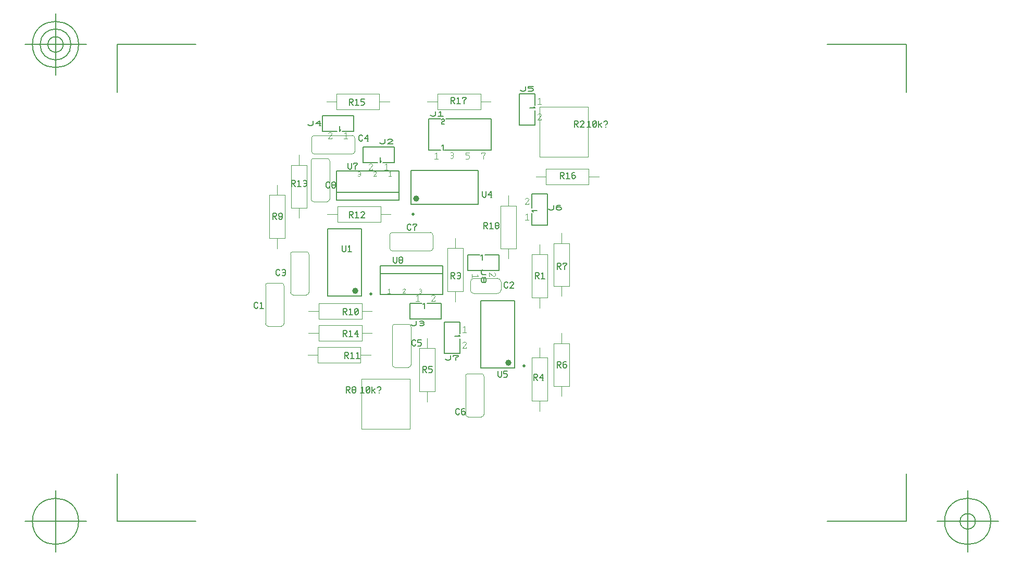
<source format=gbr>
G04 Generated by Ultiboard 12.0 *
%FSLAX25Y25*%
%MOIN*%

%ADD10C,0.00001*%
%ADD11C,0.00800*%
%ADD12C,0.00400*%
%ADD13C,0.00394*%
%ADD14C,0.00612*%
%ADD15C,0.00367*%
%ADD16C,0.00611*%
%ADD17C,0.00444*%
%ADD18C,0.00500*%
%ADD19C,0.01969*%
%ADD20C,0.03937*%


G04 ColorRGB FFFF00 for the following layer *
%LNSilkscreen Top*%
%LPD*%
G54D10*
G54D11*
X153787Y82819D02*
X154575Y83606D01*
X154575Y79669D01*
X153394Y79669D02*
X155756Y79669D01*
X156937Y82819D02*
X157724Y83606D01*
X158512Y83606D01*
X159299Y82819D01*
X159299Y80457D01*
X158512Y79669D01*
X157724Y79669D01*
X156937Y80457D01*
X156937Y82819D01*
X159299Y82819D02*
X156937Y80457D01*
X160480Y81244D02*
X161268Y81244D01*
X162449Y82425D01*
X161268Y81244D02*
X162449Y79669D01*
X160480Y79669D02*
X160480Y83606D01*
X164024Y82819D02*
X164811Y83606D01*
X165598Y83606D01*
X166386Y82819D01*
X166386Y82031D01*
X165992Y81638D01*
X165205Y81244D01*
X165205Y80850D01*
X165205Y79669D02*
X165205Y80063D01*
X144394Y79669D02*
X144394Y83606D01*
X145969Y83606D01*
X146756Y82819D01*
X146756Y82425D01*
X145969Y81638D01*
X144394Y81638D01*
X144787Y81638D02*
X146756Y79669D01*
X149512Y79669D02*
X148724Y79669D01*
X147937Y80457D01*
X147937Y81244D01*
X148331Y81638D01*
X147937Y82031D01*
X147937Y82819D01*
X148724Y83606D01*
X149512Y83606D01*
X150299Y82819D01*
X150299Y82031D01*
X149906Y81638D01*
X150299Y81244D01*
X150299Y80457D01*
X149512Y79669D01*
X148331Y81638D02*
X149906Y81638D01*
X264392Y87669D02*
X264392Y91606D01*
X265960Y91606D01*
X266744Y90819D01*
X266744Y90425D01*
X265960Y89638D01*
X264392Y89638D01*
X264784Y89638D02*
X266744Y87669D01*
X270271Y89244D02*
X267920Y89244D01*
X269879Y91606D01*
X269879Y87669D01*
X269487Y87669D02*
X270271Y87669D01*
X193392Y92669D02*
X193392Y96606D01*
X194960Y96606D01*
X195744Y95819D01*
X195744Y95425D01*
X194960Y94638D01*
X193392Y94638D01*
X193784Y94638D02*
X195744Y92669D01*
X199271Y96606D02*
X196920Y96606D01*
X196920Y95031D01*
X198487Y95031D01*
X199271Y94244D01*
X199271Y93457D01*
X198487Y92669D01*
X196920Y92669D01*
X279392Y95669D02*
X279392Y99606D01*
X280960Y99606D01*
X281744Y98819D01*
X281744Y98425D01*
X280960Y97638D01*
X279392Y97638D01*
X279784Y97638D02*
X281744Y95669D01*
X284879Y99606D02*
X283703Y99606D01*
X282920Y98819D01*
X282920Y97244D01*
X282920Y96457D01*
X283703Y95669D01*
X284487Y95669D01*
X285271Y96457D01*
X285271Y97244D01*
X284487Y98031D01*
X283703Y98031D01*
X282920Y97244D01*
X241392Y93606D02*
X241392Y90457D01*
X242176Y89669D01*
X242960Y89669D01*
X243744Y90457D01*
X243744Y93606D01*
X247271Y93606D02*
X244920Y93606D01*
X244920Y92031D01*
X246487Y92031D01*
X247271Y91244D01*
X247271Y90457D01*
X246487Y89669D01*
X244920Y89669D01*
X230224Y138496D02*
X230224Y95504D01*
X251776Y95504D02*
X251776Y138496D01*
X230224Y138496D01*
X230224Y95504D02*
X251776Y95504D01*
X143392Y101669D02*
X143392Y105606D01*
X144960Y105606D01*
X145744Y104819D01*
X145744Y104425D01*
X144960Y103638D01*
X143392Y103638D01*
X143784Y103638D02*
X145744Y101669D01*
X147311Y104819D02*
X148095Y105606D01*
X148095Y101669D01*
X146920Y101669D02*
X149271Y101669D01*
X150839Y104819D02*
X151623Y105606D01*
X151623Y101669D01*
X150447Y101669D02*
X152799Y101669D01*
X207556Y101321D02*
X208667Y100726D01*
X209778Y100726D01*
X210889Y101321D01*
X210889Y103702D01*
X214222Y100726D02*
X214222Y102214D01*
X215889Y103107D01*
X215889Y103702D01*
X212556Y103702D01*
X212556Y103107D01*
X217000Y117500D02*
X217000Y125000D01*
X207000Y105000D02*
X207000Y125000D01*
X217000Y125000D02*
X207000Y125000D01*
X217000Y105000D02*
X207000Y105000D01*
X217000Y115833D02*
X213667Y115833D01*
X217000Y105000D02*
X217000Y114167D01*
X216167Y116667D02*
X217000Y115833D01*
X142392Y115669D02*
X142392Y119606D01*
X143960Y119606D01*
X144744Y118819D01*
X144744Y118425D01*
X143960Y117638D01*
X142392Y117638D01*
X142784Y117638D02*
X144744Y115669D01*
X146311Y118819D02*
X147095Y119606D01*
X147095Y115669D01*
X145920Y115669D02*
X148271Y115669D01*
X151799Y117244D02*
X149447Y117244D01*
X151407Y119606D01*
X151407Y115669D01*
X151015Y115669D02*
X151799Y115669D01*
X185556Y123321D02*
X186667Y122726D01*
X187778Y122726D01*
X188889Y123321D01*
X188889Y125702D01*
X191111Y125405D02*
X191667Y125702D01*
X192778Y125702D01*
X193889Y125107D01*
X193889Y124512D01*
X193333Y124214D01*
X193889Y123917D01*
X193889Y123321D01*
X192778Y122726D01*
X191667Y122726D01*
X191111Y123024D01*
X191667Y124214D02*
X193333Y124214D01*
X192500Y137000D02*
X185000Y137000D01*
X205000Y127000D02*
X185000Y127000D01*
X185000Y137000D02*
X185000Y127000D01*
X205000Y137000D02*
X205000Y127000D01*
X194167Y137000D02*
X194167Y133667D01*
X205000Y137000D02*
X195833Y137000D01*
X193333Y136167D02*
X194167Y137000D01*
X142392Y129669D02*
X142392Y133606D01*
X143960Y133606D01*
X144744Y132819D01*
X144744Y132425D01*
X143960Y131638D01*
X142392Y131638D01*
X142784Y131638D02*
X144744Y129669D01*
X146311Y132819D02*
X147095Y133606D01*
X147095Y129669D01*
X145920Y129669D02*
X148271Y129669D01*
X149447Y132819D02*
X150231Y133606D01*
X151015Y133606D01*
X151799Y132819D01*
X151799Y130457D01*
X151015Y129669D01*
X150231Y129669D01*
X149447Y130457D01*
X149447Y132819D01*
X151799Y132819D02*
X149447Y130457D01*
X211392Y152669D02*
X211392Y156606D01*
X212960Y156606D01*
X213744Y155819D01*
X213744Y155425D01*
X212960Y154638D01*
X211392Y154638D01*
X211784Y154638D02*
X213744Y152669D01*
X215311Y156213D02*
X215703Y156606D01*
X216487Y156606D01*
X217271Y155819D01*
X217271Y155031D01*
X216879Y154638D01*
X217271Y154244D01*
X217271Y153457D01*
X216487Y152669D01*
X215703Y152669D01*
X215311Y153063D01*
X215703Y154638D02*
X216879Y154638D01*
X265392Y152669D02*
X265392Y156606D01*
X266960Y156606D01*
X267744Y155819D01*
X267744Y155425D01*
X266960Y154638D01*
X265392Y154638D01*
X265784Y154638D02*
X267744Y152669D01*
X269311Y155819D02*
X270095Y156606D01*
X270095Y152669D01*
X268920Y152669D02*
X271271Y152669D01*
X279392Y158669D02*
X279392Y162606D01*
X280960Y162606D01*
X281744Y161819D01*
X281744Y161425D01*
X280960Y160638D01*
X279392Y160638D01*
X279784Y160638D02*
X281744Y158669D01*
X284095Y158669D02*
X284095Y160638D01*
X285271Y161819D01*
X285271Y162606D01*
X282920Y162606D01*
X282920Y161819D01*
X141620Y173835D02*
X141620Y170685D01*
X142404Y169898D01*
X143188Y169898D01*
X143972Y170685D01*
X143972Y173835D01*
X145540Y173047D02*
X146324Y173835D01*
X146324Y169898D01*
X145148Y169898D02*
X147500Y169898D01*
X132224Y184496D02*
X132224Y141504D01*
X153776Y141504D02*
X153776Y184496D01*
X132224Y184496D01*
X132224Y141504D02*
X153776Y141504D01*
X206000Y142500D02*
X166000Y142500D01*
X166000Y161000D02*
X206000Y161000D01*
X206000Y156000D02*
X166000Y156000D01*
X166000Y155500D02*
X166000Y142500D01*
X166000Y161000D02*
X166000Y155500D01*
X206000Y155500D02*
X206000Y142500D01*
X206000Y161000D02*
X206000Y155500D01*
X231321Y158444D02*
X230726Y157333D01*
X230726Y156222D01*
X231321Y155111D01*
X233702Y155111D01*
X230726Y151222D02*
X230726Y152333D01*
X231321Y153444D01*
X231917Y153444D01*
X232214Y152889D01*
X232512Y153444D01*
X233107Y153444D01*
X233702Y152333D01*
X233702Y151222D01*
X233107Y150111D01*
X232512Y150111D01*
X232214Y150667D01*
X231917Y150111D01*
X231321Y150111D01*
X230726Y151222D01*
X232214Y152889D02*
X232214Y150667D01*
X229500Y168000D02*
X222000Y168000D01*
X242000Y158000D02*
X222000Y158000D01*
X222000Y168000D02*
X222000Y158000D01*
X242000Y168000D02*
X242000Y158000D01*
X231167Y168000D02*
X231167Y164667D01*
X242000Y168000D02*
X232833Y168000D01*
X230333Y167167D02*
X231167Y168000D01*
X232392Y184669D02*
X232392Y188606D01*
X233960Y188606D01*
X234744Y187819D01*
X234744Y187425D01*
X233960Y186638D01*
X232392Y186638D01*
X232784Y186638D02*
X234744Y184669D01*
X236311Y187819D02*
X237095Y188606D01*
X237095Y184669D01*
X235920Y184669D02*
X238271Y184669D01*
X241015Y184669D02*
X240231Y184669D01*
X239447Y185457D01*
X239447Y186244D01*
X239839Y186638D01*
X239447Y187031D01*
X239447Y187819D01*
X240231Y188606D01*
X241015Y188606D01*
X241799Y187819D01*
X241799Y187031D01*
X241407Y186638D01*
X241799Y186244D01*
X241799Y185457D01*
X241015Y184669D01*
X239839Y186638D02*
X241407Y186638D01*
X97392Y190669D02*
X97392Y194606D01*
X98960Y194606D01*
X99744Y193819D01*
X99744Y193425D01*
X98960Y192638D01*
X97392Y192638D01*
X97784Y192638D02*
X99744Y190669D01*
X100920Y191457D02*
X101703Y190669D01*
X102487Y190669D01*
X103271Y191457D01*
X103271Y193031D01*
X103271Y193819D01*
X102487Y194606D01*
X101703Y194606D01*
X100920Y193819D01*
X100920Y193031D01*
X101703Y192244D01*
X102487Y192244D01*
X103271Y193031D01*
X109392Y211669D02*
X109392Y215606D01*
X110960Y215606D01*
X111744Y214819D01*
X111744Y214425D01*
X110960Y213638D01*
X109392Y213638D01*
X109784Y213638D02*
X111744Y211669D01*
X113311Y214819D02*
X114095Y215606D01*
X114095Y211669D01*
X112920Y211669D02*
X115271Y211669D01*
X116839Y215213D02*
X117231Y215606D01*
X118015Y215606D01*
X118799Y214819D01*
X118799Y214031D01*
X118407Y213638D01*
X118799Y213244D01*
X118799Y212457D01*
X118015Y211669D01*
X117231Y211669D01*
X116839Y212063D01*
X117231Y213638D02*
X118407Y213638D01*
X146392Y191669D02*
X146392Y195606D01*
X147960Y195606D01*
X148744Y194819D01*
X148744Y194425D01*
X147960Y193638D01*
X146392Y193638D01*
X146784Y193638D02*
X148744Y191669D01*
X150311Y194819D02*
X151095Y195606D01*
X151095Y191669D01*
X149920Y191669D02*
X152271Y191669D01*
X153447Y194819D02*
X154231Y195606D01*
X155015Y195606D01*
X155799Y194819D01*
X155799Y194425D01*
X153447Y191669D01*
X155799Y191669D01*
X155799Y192063D01*
X231392Y208606D02*
X231392Y205457D01*
X232176Y204669D01*
X232960Y204669D01*
X233744Y205457D01*
X233744Y208606D01*
X237271Y206244D02*
X234920Y206244D01*
X236879Y208606D01*
X236879Y204669D01*
X236487Y204669D02*
X237271Y204669D01*
X228496Y221776D02*
X185504Y221776D01*
X185504Y200224D02*
X228496Y200224D01*
X228496Y221776D01*
X185504Y221776D02*
X185504Y200224D01*
X273556Y197321D02*
X274667Y196726D01*
X275778Y196726D01*
X276889Y197321D01*
X276889Y199702D01*
X281333Y199702D02*
X279667Y199702D01*
X278556Y199107D01*
X278556Y197917D01*
X278556Y197321D01*
X279667Y196726D01*
X280778Y196726D01*
X281889Y197321D01*
X281889Y197917D01*
X280778Y198512D01*
X279667Y198512D01*
X278556Y197917D01*
X263000Y194500D02*
X263000Y187000D01*
X273000Y207000D02*
X273000Y187000D01*
X263000Y187000D02*
X273000Y187000D01*
X263000Y207000D02*
X273000Y207000D01*
X263000Y196167D02*
X266333Y196167D01*
X263000Y207000D02*
X263000Y197833D01*
X263833Y195333D02*
X263000Y196167D01*
X138000Y221500D02*
X178000Y221500D01*
X178000Y203000D02*
X138000Y203000D01*
X138000Y208000D02*
X178000Y208000D01*
X178000Y208500D02*
X178000Y221500D01*
X178000Y203000D02*
X178000Y208500D01*
X138000Y208500D02*
X138000Y221500D01*
X138000Y203000D02*
X138000Y208500D01*
X281392Y216669D02*
X281392Y220606D01*
X282960Y220606D01*
X283744Y219819D01*
X283744Y219425D01*
X282960Y218638D01*
X281392Y218638D01*
X281784Y218638D02*
X283744Y216669D01*
X285311Y219819D02*
X286095Y220606D01*
X286095Y216669D01*
X284920Y216669D02*
X287271Y216669D01*
X290407Y220606D02*
X289231Y220606D01*
X288447Y219819D01*
X288447Y218244D01*
X288447Y217457D01*
X289231Y216669D01*
X290015Y216669D01*
X290799Y217457D01*
X290799Y218244D01*
X290015Y219031D01*
X289231Y219031D01*
X288447Y218244D01*
X165556Y239488D02*
X166667Y238893D01*
X167778Y238893D01*
X168889Y239488D01*
X168889Y241869D01*
X170556Y241274D02*
X171667Y241869D01*
X172778Y241869D01*
X173889Y241274D01*
X173889Y240976D01*
X170556Y238893D01*
X173889Y238893D01*
X173889Y239190D01*
X167500Y227000D02*
X175000Y227000D01*
X155000Y237000D02*
X175000Y237000D01*
X175000Y227000D02*
X175000Y237000D01*
X155000Y227000D02*
X155000Y237000D01*
X165833Y227000D02*
X165833Y230333D01*
X155000Y227000D02*
X164167Y227000D01*
X166667Y227833D02*
X165833Y227000D01*
X198056Y257321D02*
X199167Y256726D01*
X200278Y256726D01*
X201389Y257321D01*
X201389Y259702D01*
X203611Y259107D02*
X204722Y259702D01*
X204722Y256726D01*
X203056Y256726D02*
X206389Y256726D01*
X197000Y255000D02*
X204500Y255000D01*
X204500Y235000D02*
X197000Y235000D01*
X197000Y255000D01*
X237000Y255000D02*
X237000Y235000D01*
X207000Y235000D01*
X205333Y237500D02*
X206167Y238333D01*
X206167Y235000D01*
X237000Y255000D02*
X207833Y255000D01*
X206167Y253333D02*
X206239Y253336D01*
X206311Y253346D01*
X206382Y253362D01*
X206452Y253383D01*
X206519Y253411D01*
X206583Y253445D01*
X206645Y253484D01*
X206702Y253528D01*
X206756Y253577D01*
X206805Y253631D01*
X206849Y253689D01*
X206888Y253750D01*
X206922Y253814D01*
X206950Y253882D01*
X206971Y253951D01*
X206987Y254022D01*
X206997Y254094D01*
X207000Y254167D01*
X206997Y254239D01*
X206987Y254311D01*
X206971Y254382D01*
X206950Y254452D01*
X206922Y254519D01*
X206888Y254583D01*
X206849Y254645D01*
X206805Y254702D01*
X206756Y254756D01*
X206702Y254805D01*
X206645Y254849D01*
X206583Y254888D01*
X206519Y254922D01*
X206452Y254950D01*
X206382Y254971D01*
X206311Y254987D01*
X206239Y254997D01*
X206167Y255000D01*
X206094Y254997D01*
X206022Y254987D01*
X205951Y254971D01*
X205882Y254950D01*
X205814Y254922D01*
X205750Y254888D01*
X205689Y254849D01*
X205631Y254805D01*
X205577Y254756D01*
X205528Y254702D01*
X205484Y254645D01*
X205445Y254583D01*
X205411Y254519D01*
X205383Y254452D01*
X205362Y254382D01*
X205346Y254311D01*
X205336Y254239D01*
X205333Y254167D01*
X206167Y253333D02*
X206094Y253330D01*
X206022Y253321D01*
X205951Y253305D01*
X205882Y253283D01*
X205814Y253255D01*
X205750Y253222D01*
X205689Y253183D01*
X205631Y253138D01*
X205577Y253089D01*
X205528Y253036D01*
X205484Y252978D01*
X205445Y252917D01*
X205411Y252852D01*
X205383Y252785D01*
X205362Y252716D01*
X205346Y252645D01*
X205336Y252573D01*
X205333Y252500D01*
X207000Y251667D02*
X205333Y251667D01*
X205333Y252500D01*
X290394Y249669D02*
X290394Y253606D01*
X291969Y253606D01*
X292756Y252819D01*
X292756Y252425D01*
X291969Y251638D01*
X290394Y251638D01*
X290787Y251638D02*
X292756Y249669D01*
X293937Y252819D02*
X294724Y253606D01*
X295512Y253606D01*
X296299Y252819D01*
X296299Y252425D01*
X293937Y249669D01*
X296299Y249669D01*
X296299Y250063D01*
X298787Y252819D02*
X299575Y253606D01*
X299575Y249669D01*
X298394Y249669D02*
X300756Y249669D01*
X301937Y252819D02*
X302724Y253606D01*
X303512Y253606D01*
X304299Y252819D01*
X304299Y250457D01*
X303512Y249669D01*
X302724Y249669D01*
X301937Y250457D01*
X301937Y252819D01*
X304299Y252819D02*
X301937Y250457D01*
X305480Y251244D02*
X306268Y251244D01*
X307449Y252425D01*
X306268Y251244D02*
X307449Y249669D01*
X305480Y249669D02*
X305480Y253606D01*
X309024Y252819D02*
X309811Y253606D01*
X310598Y253606D01*
X311386Y252819D01*
X311386Y252031D01*
X310992Y251638D01*
X310205Y251244D01*
X310205Y250850D01*
X310205Y249669D02*
X310205Y250063D01*
X119556Y251321D02*
X120667Y250726D01*
X121778Y250726D01*
X122889Y251321D01*
X122889Y253702D01*
X127889Y251917D02*
X124556Y251917D01*
X127333Y253702D01*
X127333Y250726D01*
X126778Y250726D02*
X127889Y250726D01*
X141500Y247000D02*
X149000Y247000D01*
X129000Y257000D02*
X149000Y257000D01*
X149000Y247000D02*
X149000Y257000D01*
X129000Y247000D02*
X129000Y257000D01*
X139833Y247000D02*
X139833Y250333D01*
X129000Y247000D02*
X138167Y247000D01*
X140667Y247833D02*
X139833Y247000D01*
X255556Y273321D02*
X256667Y272726D01*
X257778Y272726D01*
X258889Y273321D01*
X258889Y275702D01*
X263889Y275702D02*
X260556Y275702D01*
X260556Y274512D01*
X262778Y274512D01*
X263889Y273917D01*
X263889Y273321D01*
X262778Y272726D01*
X260556Y272726D01*
X265000Y263500D02*
X265000Y271000D01*
X255000Y251000D02*
X255000Y271000D01*
X265000Y271000D02*
X255000Y271000D01*
X265000Y251000D02*
X255000Y251000D01*
X265000Y261833D02*
X261667Y261833D01*
X265000Y251000D02*
X265000Y260167D01*
X264167Y262667D02*
X265000Y261833D01*
X146392Y263669D02*
X146392Y267606D01*
X147960Y267606D01*
X148744Y266819D01*
X148744Y266425D01*
X147960Y265638D01*
X146392Y265638D01*
X146784Y265638D02*
X148744Y263669D01*
X150311Y266819D02*
X151095Y267606D01*
X151095Y263669D01*
X149920Y263669D02*
X152271Y263669D01*
X155799Y267606D02*
X153447Y267606D01*
X153447Y266031D01*
X155015Y266031D01*
X155799Y265244D01*
X155799Y264457D01*
X155015Y263669D01*
X153447Y263669D01*
X211392Y264669D02*
X211392Y268606D01*
X212960Y268606D01*
X213744Y267819D01*
X213744Y267425D01*
X212960Y266638D01*
X211392Y266638D01*
X211784Y266638D02*
X213744Y264669D01*
X215311Y267819D02*
X216095Y268606D01*
X216095Y264669D01*
X214920Y264669D02*
X217271Y264669D01*
X219623Y264669D02*
X219623Y266638D01*
X220799Y267819D01*
X220799Y268606D01*
X218447Y268606D01*
X218447Y267819D01*
G54D12*
X154000Y88600D02*
X185000Y88600D01*
X185000Y56631D01*
X154000Y56631D01*
X154000Y88600D01*
X268000Y262600D02*
X299000Y262600D01*
X299000Y230631D01*
X268000Y230631D01*
X268000Y262600D01*
G54D13*
X273079Y102189D02*
X263039Y102189D01*
X263039Y74630D01*
X273079Y74630D01*
X273079Y102189D01*
X268000Y74630D02*
X268000Y67937D01*
X268000Y108488D02*
X268000Y102189D01*
X201079Y108189D02*
X191039Y108189D01*
X191039Y80630D01*
X201079Y80630D01*
X201079Y108189D01*
X196000Y80630D02*
X196000Y73937D01*
X196000Y114488D02*
X196000Y108189D01*
X220488Y90362D02*
X220488Y65953D01*
G75*
D01*
G03X222063Y64378I1575J0*
G01*
X230724Y64378D01*
G75*
D01*
G03X232299Y65953I0J1575*
G01*
X232299Y90362D01*
G74*
D01*
G03X230724Y91937I1575J0*
G01*
X222063Y91937D01*
G75*
D01*
G03X220488Y90362I0J-1575*
G01*
X276921Y83811D02*
X286961Y83811D01*
X286961Y111370D01*
X276921Y111370D01*
X276921Y83811D01*
X282000Y111370D02*
X282000Y118063D01*
X282000Y77512D02*
X282000Y83811D01*
X173701Y122047D02*
X173701Y97638D01*
G75*
D01*
G03X175276Y96063I1575J0*
G01*
X183937Y96063D01*
G75*
D01*
G03X185512Y97638I0J1575*
G01*
X185512Y122047D01*
G74*
D01*
G03X183937Y123622I1575J0*
G01*
X175276Y123622D01*
G75*
D01*
G03X173701Y122047I0J-1575*
G01*
X125811Y109079D02*
X153370Y109079D01*
X153370Y99039D01*
X125811Y99039D01*
X125811Y109079D01*
X153370Y104000D02*
X160063Y104000D01*
X119512Y104000D02*
X125811Y104000D01*
X154189Y112921D02*
X126630Y112921D01*
X126630Y122961D01*
X154189Y122961D01*
X154189Y112921D01*
X126630Y118000D02*
X119937Y118000D01*
X160488Y118000D02*
X154189Y118000D01*
X92488Y148362D02*
X92488Y123953D01*
G75*
D01*
G03X94063Y122378I1575J0*
G01*
X102724Y122378D01*
G75*
D01*
G03X104299Y123953I0J1575*
G01*
X104299Y148362D01*
G74*
D01*
G03X102724Y149937I1575J0*
G01*
X94063Y149937D01*
G75*
D01*
G03X92488Y148362I0J-1575*
G01*
X154189Y126921D02*
X126630Y126921D01*
X126630Y136961D01*
X154189Y136961D01*
X154189Y126921D01*
X126630Y132000D02*
X119937Y132000D01*
X160488Y132000D02*
X154189Y132000D01*
X219079Y172189D02*
X209039Y172189D01*
X209039Y144630D01*
X219079Y144630D01*
X219079Y172189D01*
X214000Y144630D02*
X214000Y137937D01*
X214000Y178488D02*
X214000Y172189D01*
X273079Y168189D02*
X263039Y168189D01*
X263039Y140630D01*
X273079Y140630D01*
X273079Y168189D01*
X268000Y140630D02*
X268000Y133937D01*
X268000Y174488D02*
X268000Y168189D01*
X276921Y147811D02*
X286961Y147811D01*
X286961Y175370D01*
X276921Y175370D01*
X276921Y147811D01*
X282000Y175370D02*
X282000Y182063D01*
X282000Y141512D02*
X282000Y147811D01*
X108488Y168362D02*
X108488Y143953D01*
G75*
D01*
G03X110063Y142378I1575J0*
G01*
X118724Y142378D01*
G75*
D01*
G03X120299Y143953I0J1575*
G01*
X120299Y168362D01*
G74*
D01*
G03X118724Y169937I1575J0*
G01*
X110063Y169937D01*
G75*
D01*
G03X108488Y168362I0J-1575*
G01*
X223561Y150500D02*
X223561Y145638D01*
G75*
D01*
G03X226051Y143148I2490J0*
G01*
X240756Y143148D01*
G75*
D01*
G03X243246Y145638I0J2490*
G01*
X243246Y150500D01*
G74*
D01*
G03X240756Y152990I2490J0*
G01*
X226051Y152990D01*
G75*
D01*
G03X223561Y150500I0J-2490*
G01*
X242921Y171811D02*
X252961Y171811D01*
X252961Y199370D01*
X242921Y199370D01*
X242921Y171811D01*
X248000Y199370D02*
X248000Y206063D01*
X248000Y165512D02*
X248000Y171811D01*
X105079Y206189D02*
X95039Y206189D01*
X95039Y178630D01*
X105079Y178630D01*
X105079Y206189D01*
X100000Y178630D02*
X100000Y171937D01*
X100000Y212488D02*
X100000Y206189D01*
X172063Y180724D02*
X172063Y172063D01*
G75*
D01*
G03X173638Y170488I1575J0*
G01*
X198047Y170488D01*
G75*
D01*
G03X199622Y172063I0J1575*
G01*
X199622Y180724D01*
G74*
D01*
G03X198047Y182299I1575J0*
G01*
X173638Y182299D01*
G75*
D01*
G03X172063Y180724I0J-1575*
G01*
X108921Y197811D02*
X118961Y197811D01*
X118961Y225370D01*
X108921Y225370D01*
X108921Y197811D01*
X114000Y225370D02*
X114000Y232063D01*
X114000Y191512D02*
X114000Y197811D01*
X166189Y188921D02*
X138630Y188921D01*
X138630Y198961D01*
X166189Y198961D01*
X166189Y188921D01*
X138630Y194000D02*
X131937Y194000D01*
X172488Y194000D02*
X166189Y194000D01*
X121701Y228047D02*
X121701Y203638D01*
G75*
D01*
G03X123276Y202063I1575J0*
G01*
X131937Y202063D01*
G75*
D01*
G03X133512Y203638I0J1575*
G01*
X133512Y228047D01*
G74*
D01*
G03X131937Y229622I1575J0*
G01*
X123276Y229622D01*
G75*
D01*
G03X121701Y228047I0J-1575*
G01*
X271811Y223079D02*
X299370Y223079D01*
X299370Y213039D01*
X271811Y213039D01*
X271811Y223079D01*
X299370Y218000D02*
X306063Y218000D01*
X265512Y218000D02*
X271811Y218000D01*
X122063Y242724D02*
X122063Y234063D01*
G75*
D01*
G03X123638Y232488I1575J0*
G01*
X148047Y232488D01*
G75*
D01*
G03X149622Y234063I0J1575*
G01*
X149622Y242724D01*
G74*
D01*
G03X148047Y244299I1575J0*
G01*
X123638Y244299D01*
G75*
D01*
G03X122063Y242724I0J-1575*
G01*
X137811Y271079D02*
X165370Y271079D01*
X165370Y261039D01*
X137811Y261039D01*
X137811Y271079D01*
X165370Y266000D02*
X172063Y266000D01*
X131512Y266000D02*
X137811Y266000D01*
X230189Y260921D02*
X202630Y260921D01*
X202630Y270961D01*
X230189Y270961D01*
X230189Y260921D01*
X202630Y266000D02*
X195937Y266000D01*
X236488Y266000D02*
X230189Y266000D01*
G54D14*
X216744Y66457D02*
X215960Y65669D01*
X215176Y65669D01*
X214392Y66457D01*
X214392Y68819D01*
X215176Y69606D01*
X215960Y69606D01*
X216744Y68819D01*
X219879Y69606D02*
X218703Y69606D01*
X217920Y68819D01*
X217920Y67244D01*
X217920Y66457D01*
X218703Y65669D01*
X219487Y65669D01*
X220271Y66457D01*
X220271Y67244D01*
X219487Y68031D01*
X218703Y68031D01*
X217920Y67244D01*
X188744Y110457D02*
X187960Y109669D01*
X187176Y109669D01*
X186392Y110457D01*
X186392Y112819D01*
X187176Y113606D01*
X187960Y113606D01*
X188744Y112819D01*
X192271Y113606D02*
X189920Y113606D01*
X189920Y112031D01*
X191487Y112031D01*
X192271Y111244D01*
X192271Y110457D01*
X191487Y109669D01*
X189920Y109669D01*
X87744Y134457D02*
X86960Y133669D01*
X86176Y133669D01*
X85392Y134457D01*
X85392Y136819D01*
X86176Y137606D01*
X86960Y137606D01*
X87744Y136819D01*
X89311Y136819D02*
X90095Y137606D01*
X90095Y133669D01*
X88920Y133669D02*
X91271Y133669D01*
X101744Y155457D02*
X100960Y154669D01*
X100176Y154669D01*
X99392Y155457D01*
X99392Y157819D01*
X100176Y158606D01*
X100960Y158606D01*
X101744Y157819D01*
X103311Y158213D02*
X103703Y158606D01*
X104487Y158606D01*
X105271Y157819D01*
X105271Y157031D01*
X104879Y156638D01*
X105271Y156244D01*
X105271Y155457D01*
X104487Y154669D01*
X103703Y154669D01*
X103311Y155063D01*
X103703Y156638D02*
X104879Y156638D01*
X247744Y147457D02*
X246960Y146669D01*
X246176Y146669D01*
X245392Y147457D01*
X245392Y149819D01*
X246176Y150606D01*
X246960Y150606D01*
X247744Y149819D01*
X248920Y149819D02*
X249703Y150606D01*
X250487Y150606D01*
X251271Y149819D01*
X251271Y149425D01*
X248920Y146669D01*
X251271Y146669D01*
X251271Y147063D01*
X185744Y184457D02*
X184960Y183669D01*
X184176Y183669D01*
X183392Y184457D01*
X183392Y186819D01*
X184176Y187606D01*
X184960Y187606D01*
X185744Y186819D01*
X188095Y183669D02*
X188095Y185638D01*
X189271Y186819D01*
X189271Y187606D01*
X186920Y187606D01*
X186920Y186819D01*
X133744Y211457D02*
X132960Y210669D01*
X132176Y210669D01*
X131392Y211457D01*
X131392Y213819D01*
X132176Y214606D01*
X132960Y214606D01*
X133744Y213819D01*
X136487Y210669D02*
X135703Y210669D01*
X134920Y211457D01*
X134920Y212244D01*
X135311Y212638D01*
X134920Y213031D01*
X134920Y213819D01*
X135703Y214606D01*
X136487Y214606D01*
X137271Y213819D01*
X137271Y213031D01*
X136879Y212638D01*
X137271Y212244D01*
X137271Y211457D01*
X136487Y210669D01*
X135311Y212638D02*
X136879Y212638D01*
X154744Y241457D02*
X153960Y240669D01*
X153176Y240669D01*
X152392Y241457D01*
X152392Y243819D01*
X153176Y244606D01*
X153960Y244606D01*
X154744Y243819D01*
X158271Y242244D02*
X155920Y242244D01*
X157879Y244606D01*
X157879Y240669D01*
X157487Y240669D02*
X158271Y240669D01*
G54D15*
X218628Y111575D02*
X219412Y112362D01*
X220196Y112362D01*
X220980Y111575D01*
X220980Y111181D01*
X218628Y108425D01*
X220980Y108425D01*
X220980Y108819D01*
X219020Y121575D02*
X219804Y122362D01*
X219804Y118425D01*
X218628Y118425D02*
X220980Y118425D01*
X189020Y141575D02*
X189804Y142362D01*
X189804Y138425D01*
X188628Y138425D02*
X190980Y138425D01*
X198628Y141575D02*
X199412Y142362D01*
X200196Y142362D01*
X200980Y141575D01*
X200980Y141181D01*
X198628Y138425D01*
X200980Y138425D01*
X200980Y138819D01*
X238819Y156608D02*
X239606Y155824D01*
X239606Y155040D01*
X238819Y154256D01*
X238425Y154256D01*
X235669Y156608D01*
X235669Y154256D01*
X236063Y154256D01*
X227819Y155216D02*
X228606Y154432D01*
X224669Y154432D01*
X224669Y155608D02*
X224669Y153256D01*
X259020Y193575D02*
X259804Y194362D01*
X259804Y190425D01*
X258628Y190425D02*
X260980Y190425D01*
X258628Y203575D02*
X259412Y204362D01*
X260196Y204362D01*
X260980Y203575D01*
X260980Y203181D01*
X258628Y200425D01*
X260980Y200425D01*
X260980Y200819D01*
X158628Y225575D02*
X159412Y226362D01*
X160196Y226362D01*
X160980Y225575D01*
X160980Y225181D01*
X158628Y222425D01*
X160980Y222425D01*
X160980Y222819D01*
X169020Y225575D02*
X169804Y226362D01*
X169804Y222425D01*
X168628Y222425D02*
X170980Y222425D01*
X201020Y232575D02*
X201804Y233362D01*
X201804Y229425D01*
X200628Y229425D02*
X202980Y229425D01*
X231804Y229425D02*
X231804Y231394D01*
X232980Y232575D01*
X232980Y233362D01*
X230628Y233362D01*
X230628Y232575D01*
X210784Y233213D02*
X211176Y233606D01*
X211960Y233606D01*
X212744Y232819D01*
X212744Y232031D01*
X212352Y231638D01*
X212744Y231244D01*
X212744Y230457D01*
X211960Y229669D01*
X211176Y229669D01*
X210784Y230063D01*
X211176Y231638D02*
X212352Y231638D01*
X222980Y233362D02*
X220628Y233362D01*
X220628Y231787D01*
X222196Y231787D01*
X222980Y231000D01*
X222980Y230213D01*
X222196Y229425D01*
X220628Y229425D01*
X132628Y245575D02*
X133412Y246362D01*
X134196Y246362D01*
X134980Y245575D01*
X134980Y245181D01*
X132628Y242425D01*
X134980Y242425D01*
X134980Y242819D01*
X143020Y245575D02*
X143804Y246362D01*
X143804Y242425D01*
X142628Y242425D02*
X144980Y242425D01*
X267020Y267575D02*
X267804Y268362D01*
X267804Y264425D01*
X266628Y264425D02*
X268980Y264425D01*
X266628Y257575D02*
X267412Y258362D01*
X268196Y258362D01*
X268980Y257575D01*
X268980Y257181D01*
X266628Y254425D01*
X268980Y254425D01*
X268980Y254819D01*
G54D16*
X174391Y166607D02*
X174391Y163464D01*
X175173Y162679D01*
X175956Y162679D01*
X176738Y163464D01*
X176738Y166607D01*
X179476Y162679D02*
X178693Y162679D01*
X177911Y163464D01*
X177911Y164250D01*
X178302Y164643D01*
X177911Y165036D01*
X177911Y165821D01*
X178693Y166607D01*
X179476Y166607D01*
X180258Y165821D01*
X180258Y165036D01*
X179867Y164643D01*
X180258Y164250D01*
X180258Y163464D01*
X179476Y162679D01*
X178302Y164643D02*
X179867Y164643D01*
X145391Y226607D02*
X145391Y223464D01*
X146173Y222679D01*
X146956Y222679D01*
X147738Y223464D01*
X147738Y226607D01*
X150084Y222679D02*
X150084Y224643D01*
X151258Y225821D01*
X151258Y226607D01*
X148911Y226607D01*
X148911Y225821D01*
G54D17*
X170939Y145716D02*
X171508Y146287D01*
X171508Y143430D01*
X170654Y143430D02*
X172361Y143430D01*
X190864Y145967D02*
X191148Y146253D01*
X191717Y146253D01*
X192286Y145682D01*
X192286Y145110D01*
X192001Y144825D01*
X192286Y144539D01*
X192286Y143967D01*
X191717Y143396D01*
X191148Y143396D01*
X190864Y143682D01*
X191148Y144825D02*
X192001Y144825D01*
X180358Y145744D02*
X180927Y146315D01*
X181496Y146315D01*
X182065Y145744D01*
X182065Y145458D01*
X180358Y143458D01*
X182065Y143458D01*
X182065Y143744D01*
X171639Y220570D02*
X172208Y221141D01*
X172208Y218284D01*
X171355Y218284D02*
X173061Y218284D01*
X161650Y220542D02*
X162219Y221113D01*
X162788Y221113D01*
X163357Y220542D01*
X163357Y220256D01*
X161650Y218256D01*
X163357Y218256D01*
X163357Y218542D01*
X151714Y220890D02*
X151999Y221175D01*
X152568Y221175D01*
X153136Y220604D01*
X153136Y220033D01*
X152852Y219747D01*
X153136Y219461D01*
X153136Y218890D01*
X152568Y218318D01*
X151999Y218318D01*
X151714Y218604D01*
X151999Y219747D02*
X152852Y219747D01*
G54D18*
X-2500Y-2500D02*
X-2500Y28000D01*
X-2500Y-2500D02*
X48000Y-2500D01*
X502500Y-2500D02*
X452000Y-2500D01*
X502500Y-2500D02*
X502500Y28000D01*
X502500Y302500D02*
X502500Y272000D01*
X502500Y302500D02*
X452000Y302500D01*
X-2500Y302500D02*
X48000Y302500D01*
X-2500Y302500D02*
X-2500Y272000D01*
X-22185Y-2500D02*
X-61555Y-2500D01*
X-41870Y-22185D02*
X-41870Y17185D01*
X-56634Y-2500D02*
G75*
D01*
G02X-56634Y-2500I14764J0*
G01*
X522185Y-2500D02*
X561555Y-2500D01*
X541870Y-22185D02*
X541870Y17185D01*
X527106Y-2500D02*
G75*
D01*
G02X527106Y-2500I14764J0*
G01*
X536949Y-2500D02*
G75*
D01*
G02X536949Y-2500I4921J0*
G01*
X-22185Y302500D02*
X-61555Y302500D01*
X-41870Y282815D02*
X-41870Y322185D01*
X-56634Y302500D02*
G75*
D01*
G02X-56634Y302500I14764J0*
G01*
X-51713Y302500D02*
G75*
D01*
G02X-51713Y302500I9843J0*
G01*
X-46791Y302500D02*
G75*
D01*
G02X-46791Y302500I4921J0*
G01*
G54D19*
X258000Y97016D03*
X160000Y143016D03*
X187016Y194000D03*
G54D20*
X248000Y99031D03*
X150000Y145031D03*
X189031Y204000D03*

M00*

</source>
